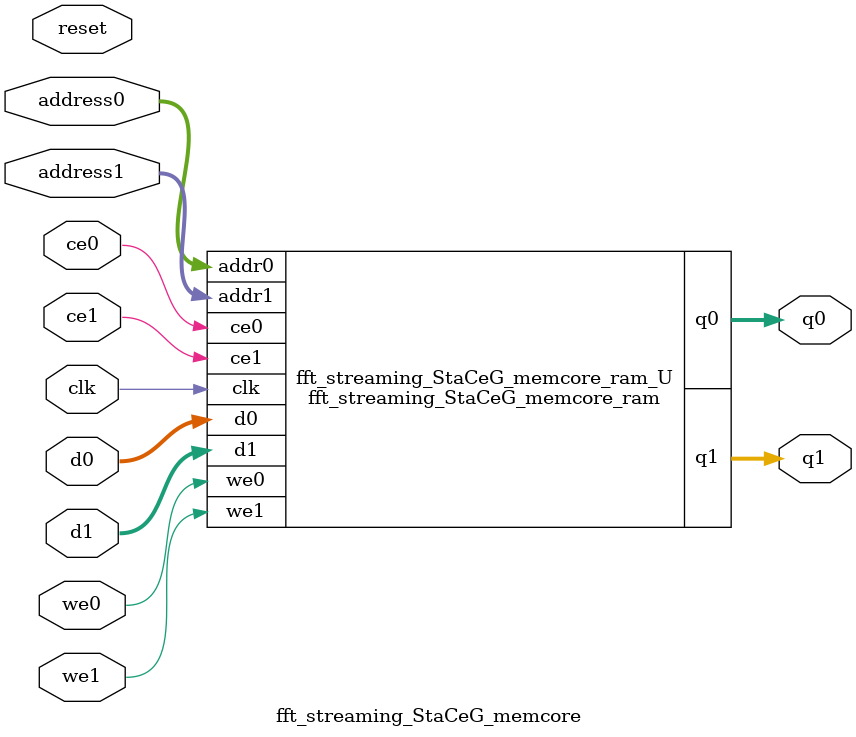
<source format=v>
`timescale 1 ns / 1 ps
module fft_streaming_StaCeG_memcore_ram (addr0, ce0, d0, we0, q0, addr1, ce1, d1, we1, q1,  clk);

parameter DWIDTH = 22;
parameter AWIDTH = 10;
parameter MEM_SIZE = 1024;

input[AWIDTH-1:0] addr0;
input ce0;
input[DWIDTH-1:0] d0;
input we0;
output reg[DWIDTH-1:0] q0;
input[AWIDTH-1:0] addr1;
input ce1;
input[DWIDTH-1:0] d1;
input we1;
output reg[DWIDTH-1:0] q1;
input clk;

(* ram_style = "block" *)reg [DWIDTH-1:0] ram[0:MEM_SIZE-1];




always @(posedge clk)  
begin 
    if (ce0) begin
        if (we0) 
            ram[addr0] <= d0; 
        q0 <= ram[addr0];
    end
end


always @(posedge clk)  
begin 
    if (ce1) begin
        if (we1) 
            ram[addr1] <= d1; 
        q1 <= ram[addr1];
    end
end


endmodule

`timescale 1 ns / 1 ps
module fft_streaming_StaCeG_memcore(
    reset,
    clk,
    address0,
    ce0,
    we0,
    d0,
    q0,
    address1,
    ce1,
    we1,
    d1,
    q1);

parameter DataWidth = 32'd22;
parameter AddressRange = 32'd1024;
parameter AddressWidth = 32'd10;
input reset;
input clk;
input[AddressWidth - 1:0] address0;
input ce0;
input we0;
input[DataWidth - 1:0] d0;
output[DataWidth - 1:0] q0;
input[AddressWidth - 1:0] address1;
input ce1;
input we1;
input[DataWidth - 1:0] d1;
output[DataWidth - 1:0] q1;



fft_streaming_StaCeG_memcore_ram fft_streaming_StaCeG_memcore_ram_U(
    .clk( clk ),
    .addr0( address0 ),
    .ce0( ce0 ),
    .we0( we0 ),
    .d0( d0 ),
    .q0( q0 ),
    .addr1( address1 ),
    .ce1( ce1 ),
    .we1( we1 ),
    .d1( d1 ),
    .q1( q1 ));

endmodule


</source>
